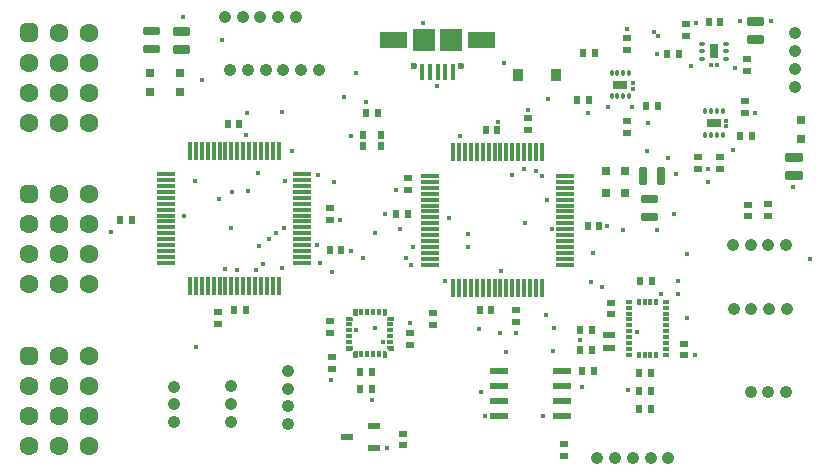
<source format=gts>
G04 Generated by Ultiboard 14.1 *
%FSLAX24Y24*%
%MOIN*%

%ADD10C,0.0001*%
%ADD11C,0.0001*%
%ADD12C,0.0416*%
%ADD13R,0.0236X0.0276*%
%ADD14R,0.0276X0.0236*%
%ADD15C,0.0177*%
%ADD16O,0.0256X0.0118*%
%ADD17R,0.0256X0.0492*%
%ADD18R,0.0417X0.0108*%
%ADD19C,0.0167*%
%ADD20R,0.0394X0.0197*%
%ADD21C,0.0633*%
%ADD22R,0.0208X0.0208*%
%ADD23C,0.0392*%
%ADD24R,0.0118X0.0197*%
%ADD25R,0.0197X0.0118*%
%ADD26R,0.0197X0.0276*%
%ADD27R,0.0315X0.0315*%
%ADD28C,0.0236*%
%ADD29R,0.0157X0.0531*%
%ADD30R,0.0709X0.0748*%
%ADD31R,0.0906X0.0512*%
%ADD32R,0.0362X0.0425*%
%ADD33R,0.0610X0.0236*%
%ADD34R,0.0394X0.0236*%
%ADD35R,0.0236X0.0118*%
%ADD36R,0.0118X0.0236*%
%ADD37R,0.0118X0.0610*%
%ADD38R,0.0610X0.0118*%
%ADD39O,0.0118X0.0256*%
%ADD40R,0.0492X0.0256*%
%ADD41R,0.0108X0.0417*%


G04 ColorRGB FF00CC for the following layer *
%LNSolder Mask Top*%
%LPD*%
G54D10*
G54D11*
G36*
X11353Y4289D02*
X11353Y4289D01*
X11353Y4407D01*
X11549Y4407D01*
X11549Y4328D01*
X11510Y4289D01*
X11353Y4289D01*
D02*
G37*
X11353Y4407D01*
X11549Y4407D01*
X11549Y4328D01*
X11510Y4289D01*
X11353Y4289D01*
G36*
X11589Y4053D02*
X11589Y4053D01*
X11707Y4053D01*
X11707Y4249D01*
X11628Y4249D01*
X11589Y4210D01*
X11589Y4053D01*
D02*
G37*
X11707Y4053D01*
X11707Y4249D01*
X11628Y4249D01*
X11589Y4210D01*
X11589Y4053D01*
G36*
X12691Y4053D02*
X12691Y4053D01*
X12573Y4053D01*
X12573Y4249D01*
X12652Y4249D01*
X12691Y4210D01*
X12691Y4053D01*
D02*
G37*
X12573Y4053D01*
X12573Y4249D01*
X12652Y4249D01*
X12691Y4210D01*
X12691Y4053D01*
G36*
X12927Y4289D02*
X12927Y4289D01*
X12927Y4407D01*
X12731Y4407D01*
X12731Y4328D01*
X12770Y4289D01*
X12927Y4289D01*
D02*
G37*
X12927Y4407D01*
X12731Y4407D01*
X12731Y4328D01*
X12770Y4289D01*
X12927Y4289D01*
G36*
X11589Y5627D02*
X11589Y5627D01*
X11707Y5627D01*
X11707Y5431D01*
X11628Y5431D01*
X11589Y5470D01*
X11589Y5627D01*
D02*
G37*
X11707Y5627D01*
X11707Y5431D01*
X11628Y5431D01*
X11589Y5470D01*
X11589Y5627D01*
G36*
X11353Y5391D02*
X11353Y5391D01*
X11353Y5273D01*
X11549Y5273D01*
X11549Y5352D01*
X11510Y5391D01*
X11353Y5391D01*
D02*
G37*
X11353Y5273D01*
X11549Y5273D01*
X11549Y5352D01*
X11510Y5391D01*
X11353Y5391D01*
G36*
X12691Y5627D02*
X12691Y5627D01*
X12573Y5627D01*
X12573Y5431D01*
X12652Y5431D01*
X12691Y5470D01*
X12691Y5627D01*
D02*
G37*
X12573Y5627D01*
X12573Y5431D01*
X12652Y5431D01*
X12691Y5470D01*
X12691Y5627D01*
G36*
X12927Y5391D02*
X12927Y5391D01*
X12927Y5273D01*
X12731Y5273D01*
X12731Y5352D01*
X12770Y5391D01*
X12927Y5391D01*
D02*
G37*
X12927Y5273D01*
X12731Y5273D01*
X12731Y5352D01*
X12770Y5391D01*
X12927Y5391D01*
G36*
X15424Y14354D02*
X15424Y14866D01*
X16329Y14866D01*
X16329Y14354D01*
X15424Y14354D01*
G37*
G36*
X14498Y14236D02*
X14498Y14984D01*
X15207Y14984D01*
X15207Y14236D01*
X14498Y14236D01*
G37*
G36*
X12471Y14354D02*
X12471Y14866D01*
X13376Y14866D01*
X13376Y14354D01*
X12471Y14354D01*
G37*
G36*
X13593Y14236D02*
X13593Y14984D01*
X14302Y14984D01*
X14302Y14236D01*
X13593Y14236D01*
G37*
G54D12*
X9671Y15368D03*
X9080Y15368D03*
X8489Y15368D03*
X7899Y15368D03*
X7308Y15368D03*
X19729Y662D03*
X20320Y662D03*
X20911Y662D03*
X21501Y662D03*
X22092Y662D03*
X26322Y14831D03*
X26322Y14240D03*
X26322Y13649D03*
X26322Y13059D03*
X24839Y2872D03*
X25430Y2872D03*
X26021Y2872D03*
X5628Y1869D03*
X5628Y2460D03*
X5628Y3051D03*
X7508Y1879D03*
X7508Y2470D03*
X7508Y3061D03*
X26041Y5648D03*
X25450Y5648D03*
X24859Y5648D03*
X24269Y5648D03*
X7489Y13612D03*
X8080Y13612D03*
X8671Y13612D03*
X9261Y13612D03*
X9852Y13612D03*
X10442Y13612D03*
X26021Y7788D03*
X25430Y7788D03*
X24839Y7788D03*
X24249Y7788D03*
X9412Y1809D03*
X9412Y2399D03*
X9412Y2990D03*
X9412Y3581D03*
G54D13*
X7794Y11800D03*
X7400Y11800D03*
X10800Y7600D03*
X11194Y7600D03*
X16000Y11600D03*
X16394Y11600D03*
X19794Y8400D03*
X19400Y8400D03*
X21734Y12400D03*
X21340Y12400D03*
X19260Y14190D03*
X19654Y14190D03*
X22060Y14140D03*
X22454Y14140D03*
X24480Y11420D03*
X24874Y11420D03*
X21510Y2920D03*
X21117Y2920D03*
X19230Y3570D03*
X19624Y3570D03*
X19150Y4260D03*
X19544Y4260D03*
X16194Y5600D03*
X15800Y5600D03*
X11820Y2960D03*
X12214Y2960D03*
X12214Y3540D03*
X11820Y3540D03*
X21517Y2320D03*
X21123Y2320D03*
X21517Y3520D03*
X21123Y3520D03*
X19146Y4947D03*
X19540Y4947D03*
X7606Y5600D03*
X8000Y5600D03*
X21146Y6570D03*
X21540Y6570D03*
X3806Y8600D03*
X4200Y8600D03*
X12026Y12160D03*
X12420Y12160D03*
X23830Y15210D03*
X23436Y15210D03*
X19060Y12610D03*
X19454Y12610D03*
X13400Y8800D03*
X13006Y8800D03*
G54D14*
X10800Y8606D03*
X10800Y9000D03*
X13240Y1490D03*
X13240Y1096D03*
X22600Y4490D03*
X22600Y4096D03*
X20180Y5460D03*
X20180Y5854D03*
X25430Y9130D03*
X25430Y8736D03*
X20730Y14280D03*
X20730Y14674D03*
X18610Y750D03*
X18610Y1144D03*
X14260Y5500D03*
X14260Y5106D03*
X17400Y11994D03*
X17400Y11600D03*
X20710Y11900D03*
X20710Y11506D03*
X22670Y14740D03*
X22670Y15134D03*
X24750Y9120D03*
X24750Y8726D03*
X13400Y10000D03*
X13400Y9606D03*
X17000Y5206D03*
X17000Y5600D03*
X7080Y5540D03*
X7080Y5146D03*
X10820Y5230D03*
X10820Y4836D03*
X10890Y3636D03*
X10890Y4030D03*
X13490Y4840D03*
X13490Y4446D03*
X24720Y13576D03*
X24720Y13970D03*
X23080Y10300D03*
X23080Y10694D03*
X23800Y10316D03*
X23800Y10710D03*
X24660Y12584D03*
X24660Y12190D03*
G54D15*
X11280Y12710D03*
X14380Y13090D03*
X8010Y11430D03*
X11520Y11420D03*
X10480Y7180D03*
X13530Y7110D03*
X7130Y9300D03*
X18060Y9280D03*
X6540Y13260D03*
X7330Y6970D03*
X7200Y14600D03*
X9007Y8167D03*
X8790Y7980D03*
X11930Y7330D03*
X13340Y7350D03*
X9200Y7000D03*
X14660Y6570D03*
X8570Y7150D03*
X8460Y7730D03*
X13570Y7700D03*
X10430Y10120D03*
X16890Y10110D03*
X16680Y4220D03*
X13490Y5170D03*
X13160Y8300D03*
X22092Y10668D03*
X21390Y10920D03*
X21760Y14750D03*
X12300Y5000D03*
X12300Y8160D03*
X15150Y11400D03*
X10940Y9860D03*
X23420Y9860D03*
X9550Y10900D03*
X24250Y10940D03*
X19880Y6360D03*
X22400Y6140D03*
X19570Y7500D03*
X22700Y5330D03*
X15410Y8140D03*
X15430Y7720D03*
X16470Y4850D03*
X17670Y10230D03*
X18030Y5450D03*
X17876Y10064D03*
X18290Y5010D03*
X7550Y9550D03*
X19430Y12180D03*
X8090Y9590D03*
X11690Y13510D03*
X8400Y10160D03*
X22840Y13750D03*
X8360Y6950D03*
X16610Y13840D03*
X10890Y6890D03*
X26800Y7300D03*
X22700Y7490D03*
X18080Y12650D03*
X20070Y12360D03*
X20870Y12360D03*
X6350Y4380D03*
X19530Y6550D03*
X18260Y4230D03*
X15770Y4980D03*
X19220Y3030D03*
X17920Y2080D03*
X15860Y2870D03*
X22270Y8800D03*
X9220Y12220D03*
X24320Y13670D03*
X9282Y8358D03*
X7508Y8358D03*
X9310Y9920D03*
X6320Y9920D03*
X17320Y8500D03*
X22400Y6570D03*
X21620Y14890D03*
X20590Y8270D03*
X7720Y6950D03*
X11150Y8600D03*
X8040Y12170D03*
X5940Y8750D03*
X10370Y7770D03*
X12020Y12530D03*
X3500Y8200D03*
X11500Y7590D03*
X24480Y15230D03*
X25510Y15250D03*
X23520Y13770D03*
X23700Y13770D03*
X23030Y15190D03*
X18200Y8300D03*
X16410Y11880D03*
X13020Y9600D03*
X14780Y8680D03*
X16510Y6920D03*
X17280Y10300D03*
X15970Y2090D03*
X12640Y8800D03*
X17000Y4830D03*
X20050Y8400D03*
X17410Y12280D03*
X23430Y10310D03*
X19150Y4610D03*
X13930Y15170D03*
X20740Y2930D03*
X22970Y4100D03*
X21860Y6140D03*
X21060Y4890D03*
X11670Y4940D03*
X10860Y3290D03*
X12210Y2600D03*
X12580Y4550D03*
X20930Y13190D03*
X20920Y12990D03*
X21430Y11840D03*
X24000Y11920D03*
X24000Y11730D03*
X12720Y1000D03*
X20730Y14990D03*
X24980Y12190D03*
X21730Y14140D03*
X22340Y10140D03*
X21720Y8270D03*
X26260Y9710D03*
X5900Y15390D03*
G54D16*
X23216Y14486D03*
X24004Y14486D03*
X23216Y14230D03*
X23216Y13974D03*
X24004Y14230D03*
X24004Y13974D03*
G54D17*
X23610Y14230D03*
G54D18*
X24990Y15240D03*
X24990Y14640D03*
X21450Y9320D03*
X21450Y8720D03*
X26260Y10710D03*
X26260Y10110D03*
X4840Y14930D03*
X4840Y14330D03*
X5850Y14310D03*
X5850Y14910D03*
G54D19*
X24782Y15186D02*
X25198Y15186D01*
X25198Y15294D01*
X24782Y15294D01*
X24782Y15186D01*D02*
X24782Y14586D02*
X25198Y14586D01*
X25198Y14694D01*
X24782Y14694D01*
X24782Y14586D01*D02*
X21242Y9266D02*
X21658Y9266D01*
X21658Y9374D01*
X21242Y9374D01*
X21242Y9266D01*D02*
X21242Y8666D02*
X21658Y8666D01*
X21658Y8774D01*
X21242Y8774D01*
X21242Y8666D01*D02*
X21186Y9882D02*
X21294Y9882D01*
X21294Y10298D01*
X21186Y10298D01*
X21186Y9882D01*D02*
X21786Y9882D02*
X21894Y9882D01*
X21894Y10298D01*
X21786Y10298D01*
X21786Y9882D01*D02*
X26052Y10656D02*
X26468Y10656D01*
X26468Y10764D01*
X26052Y10764D01*
X26052Y10656D01*D02*
X26052Y10056D02*
X26468Y10056D01*
X26468Y10164D01*
X26052Y10164D01*
X26052Y10056D01*D02*
X4632Y14876D02*
X5048Y14876D01*
X5048Y14984D01*
X4632Y14984D01*
X4632Y14876D01*D02*
X4632Y14276D02*
X5048Y14276D01*
X5048Y14384D01*
X4632Y14384D01*
X4632Y14276D01*D02*
X5642Y14256D02*
X6058Y14256D01*
X6058Y14364D01*
X5642Y14364D01*
X5642Y14256D01*D02*
X5642Y14856D02*
X6058Y14856D01*
X6058Y14964D01*
X5642Y14964D01*
X5642Y14856D01*D02*
G54D20*
X20110Y4330D03*
X20110Y4763D03*
G54D21*
X1792Y2070D03*
X1792Y4070D03*
X1792Y3070D03*
X1792Y1070D03*
X792Y2070D03*
X792Y3070D03*
X792Y1070D03*
X2792Y4070D03*
X2792Y3070D03*
X2792Y2070D03*
X2792Y1070D03*
X1792Y7464D03*
X1792Y9464D03*
X1792Y8464D03*
X1792Y6464D03*
X792Y7464D03*
X792Y8464D03*
X792Y6464D03*
X2792Y9464D03*
X2792Y8464D03*
X2792Y7464D03*
X2792Y6464D03*
X1792Y12859D03*
X1792Y14859D03*
X1792Y13859D03*
X1792Y11859D03*
X792Y12859D03*
X792Y13859D03*
X792Y11859D03*
X2792Y14859D03*
X2792Y13859D03*
X2792Y12859D03*
X2792Y11859D03*
G54D22*
X792Y4070D03*
X792Y9464D03*
X792Y14859D03*
G54D23*
X688Y3966D02*
X896Y3966D01*
X896Y4174D01*
X688Y4174D01*
X688Y3966D01*D02*
X688Y9360D02*
X896Y9360D01*
X896Y9568D01*
X688Y9568D01*
X688Y9360D01*D02*
X688Y14755D02*
X896Y14755D01*
X896Y14963D01*
X688Y14963D01*
X688Y14755D01*D02*
G54D24*
X11845Y4151D03*
X12042Y4151D03*
X12238Y4151D03*
X12435Y4151D03*
X11845Y5529D03*
X12042Y5529D03*
X12238Y5529D03*
X12435Y5529D03*
G54D25*
X11451Y4742D03*
X11451Y4545D03*
X12829Y4742D03*
X12829Y4545D03*
X11451Y4938D03*
X11451Y5135D03*
X12829Y4938D03*
X12829Y5135D03*
G54D26*
X12530Y11080D03*
X11920Y11080D03*
X11920Y11454D03*
X12530Y11454D03*
G54D27*
X26500Y11930D03*
X26500Y11320D03*
X20640Y10240D03*
X20030Y10240D03*
X20030Y9510D03*
X20640Y9510D03*
X4800Y12890D03*
X4800Y13500D03*
X5800Y13500D03*
X5800Y12890D03*
G54D28*
X15187Y13754D03*
X13613Y13754D03*
G54D29*
X14144Y13547D03*
X13888Y13547D03*
X14400Y13547D03*
X14912Y13547D03*
X14656Y13547D03*
G54D30*
X13947Y14600D03*
X14853Y14600D03*
G54D31*
X12924Y14600D03*
X15876Y14600D03*
G54D32*
X17080Y13440D03*
X18340Y13440D03*
G54D33*
X16437Y2590D03*
X16437Y2090D03*
X18563Y2590D03*
X18563Y2090D03*
X16437Y3090D03*
X18563Y3090D03*
X16437Y3590D03*
X18563Y3590D03*
G54D34*
X11367Y1380D03*
X12273Y1006D03*
X12273Y1754D03*
G54D35*
X20785Y4508D03*
X20785Y4114D03*
X20785Y4311D03*
X22015Y4311D03*
X22015Y4114D03*
X22015Y4508D03*
X20785Y5295D03*
X20785Y4705D03*
X20785Y4902D03*
X20785Y5098D03*
X22015Y4705D03*
X22015Y5098D03*
X22015Y4902D03*
X22015Y5295D03*
X20785Y5492D03*
X20785Y5689D03*
X20785Y5886D03*
X22015Y5492D03*
X22015Y5689D03*
X22015Y5886D03*
G54D36*
X21105Y4114D03*
X21498Y4114D03*
X21302Y4114D03*
X21695Y4114D03*
X21105Y5886D03*
X21498Y5886D03*
X21302Y5886D03*
X21695Y5886D03*
G54D37*
X6345Y6395D03*
X6149Y6395D03*
X6739Y6395D03*
X6542Y6395D03*
X7133Y6395D03*
X6936Y6395D03*
X7527Y6395D03*
X7330Y6395D03*
X7920Y6395D03*
X7723Y6395D03*
X8314Y6395D03*
X8117Y6395D03*
X8708Y6395D03*
X8511Y6395D03*
X9101Y6395D03*
X8905Y6395D03*
X6345Y10923D03*
X6149Y10923D03*
X6739Y10923D03*
X6542Y10923D03*
X7133Y10923D03*
X6936Y10923D03*
X7527Y10923D03*
X7330Y10923D03*
X7920Y10923D03*
X7723Y10923D03*
X8314Y10923D03*
X8117Y10923D03*
X8708Y10923D03*
X8511Y10923D03*
X9101Y10923D03*
X8905Y10923D03*
X14924Y6336D03*
X15120Y6336D03*
X15514Y6336D03*
X15317Y6336D03*
X15711Y6336D03*
X15908Y6336D03*
X16302Y6336D03*
X16105Y6336D03*
X16498Y6336D03*
X16695Y6336D03*
X17089Y6336D03*
X16892Y6336D03*
X17286Y6336D03*
X17483Y6336D03*
X17876Y6336D03*
X17680Y6336D03*
X14924Y10864D03*
X15120Y10864D03*
X15514Y10864D03*
X15317Y10864D03*
X15711Y10864D03*
X15908Y10864D03*
X16302Y10864D03*
X16105Y10864D03*
X16498Y10864D03*
X16695Y10864D03*
X17089Y10864D03*
X16892Y10864D03*
X17286Y10864D03*
X17483Y10864D03*
X17876Y10864D03*
X17680Y10864D03*
G54D38*
X5361Y7182D03*
X9889Y7182D03*
X5361Y7576D03*
X5361Y7970D03*
X5361Y7773D03*
X5361Y7379D03*
X9889Y7576D03*
X9889Y7773D03*
X9889Y7970D03*
X9889Y7379D03*
X5361Y8364D03*
X5361Y8560D03*
X5361Y8757D03*
X5361Y8167D03*
X9889Y8364D03*
X9889Y8560D03*
X9889Y8757D03*
X9889Y8167D03*
X5361Y9151D03*
X5361Y9545D03*
X5361Y9348D03*
X5361Y8954D03*
X9889Y9151D03*
X9889Y9348D03*
X9889Y9545D03*
X9889Y8954D03*
X5361Y9938D03*
X5361Y10135D03*
X5361Y9741D03*
X9889Y9938D03*
X9889Y10135D03*
X9889Y9741D03*
X14136Y7124D03*
X18664Y7124D03*
X14136Y7911D03*
X14136Y7714D03*
X14136Y7517D03*
X14136Y7320D03*
X18664Y7517D03*
X18664Y7714D03*
X18664Y7911D03*
X18664Y7320D03*
X14136Y8698D03*
X14136Y8502D03*
X14136Y8305D03*
X14136Y8108D03*
X18664Y8698D03*
X18664Y8305D03*
X18664Y8502D03*
X18664Y8108D03*
X14136Y9486D03*
X14136Y9289D03*
X14136Y9092D03*
X14136Y8895D03*
X18664Y9092D03*
X18664Y9289D03*
X18664Y9486D03*
X18664Y8895D03*
X14136Y10076D03*
X14136Y9880D03*
X14136Y9683D03*
X18664Y9880D03*
X18664Y10076D03*
X18664Y9683D03*
G54D39*
X23516Y11453D03*
X23713Y12240D03*
X23910Y12240D03*
X23319Y11453D03*
X23713Y11453D03*
X23910Y11453D03*
X23319Y12240D03*
X23516Y12240D03*
X20790Y12733D03*
X20396Y12733D03*
X20790Y13520D03*
X20199Y12733D03*
X20199Y13520D03*
X20396Y13520D03*
X20593Y13520D03*
X20593Y12733D03*
G54D40*
X23610Y11840D03*
X20490Y13120D03*
G54D41*
X21240Y10090D03*
X21840Y10090D03*

M02*

</source>
